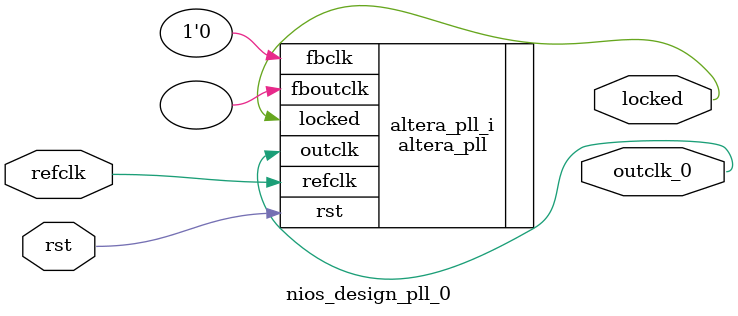
<source format=v>
`timescale 1ns/10ps
module  nios_design_pll_0(

	// interface 'refclk'
	input wire refclk,

	// interface 'reset'
	input wire rst,

	// interface 'outclk0'
	output wire outclk_0,

	// interface 'locked'
	output wire locked
);

	altera_pll #(
		.fractional_vco_multiplier("false"),
		.reference_clock_frequency("100.0 MHz"),
		.operation_mode("direct"),
		.number_of_clocks(1),
		.output_clock_frequency0("100.000000 MHz"),
		.phase_shift0("0 ps"),
		.duty_cycle0(50),
		.output_clock_frequency1("0 MHz"),
		.phase_shift1("0 ps"),
		.duty_cycle1(50),
		.output_clock_frequency2("0 MHz"),
		.phase_shift2("0 ps"),
		.duty_cycle2(50),
		.output_clock_frequency3("0 MHz"),
		.phase_shift3("0 ps"),
		.duty_cycle3(50),
		.output_clock_frequency4("0 MHz"),
		.phase_shift4("0 ps"),
		.duty_cycle4(50),
		.output_clock_frequency5("0 MHz"),
		.phase_shift5("0 ps"),
		.duty_cycle5(50),
		.output_clock_frequency6("0 MHz"),
		.phase_shift6("0 ps"),
		.duty_cycle6(50),
		.output_clock_frequency7("0 MHz"),
		.phase_shift7("0 ps"),
		.duty_cycle7(50),
		.output_clock_frequency8("0 MHz"),
		.phase_shift8("0 ps"),
		.duty_cycle8(50),
		.output_clock_frequency9("0 MHz"),
		.phase_shift9("0 ps"),
		.duty_cycle9(50),
		.output_clock_frequency10("0 MHz"),
		.phase_shift10("0 ps"),
		.duty_cycle10(50),
		.output_clock_frequency11("0 MHz"),
		.phase_shift11("0 ps"),
		.duty_cycle11(50),
		.output_clock_frequency12("0 MHz"),
		.phase_shift12("0 ps"),
		.duty_cycle12(50),
		.output_clock_frequency13("0 MHz"),
		.phase_shift13("0 ps"),
		.duty_cycle13(50),
		.output_clock_frequency14("0 MHz"),
		.phase_shift14("0 ps"),
		.duty_cycle14(50),
		.output_clock_frequency15("0 MHz"),
		.phase_shift15("0 ps"),
		.duty_cycle15(50),
		.output_clock_frequency16("0 MHz"),
		.phase_shift16("0 ps"),
		.duty_cycle16(50),
		.output_clock_frequency17("0 MHz"),
		.phase_shift17("0 ps"),
		.duty_cycle17(50),
		.pll_type("General"),
		.pll_subtype("General")
	) altera_pll_i (
		.rst	(rst),
		.outclk	({outclk_0}),
		.locked	(locked),
		.fboutclk	( ),
		.fbclk	(1'b0),
		.refclk	(refclk)
	);
endmodule


</source>
